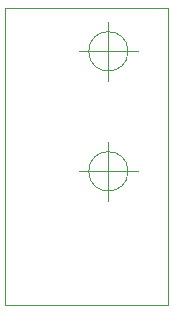
<source format=gbr>
G04 #@! TF.GenerationSoftware,KiCad,Pcbnew,(5.1.5)-3*
G04 #@! TF.CreationDate,2020-06-23T06:11:58-04:00*
G04 #@! TF.ProjectId,dip20soic573-373,64697032-3073-46f6-9963-3537332d3337,rev?*
G04 #@! TF.SameCoordinates,Original*
G04 #@! TF.FileFunction,Profile,NP*
%FSLAX46Y46*%
G04 Gerber Fmt 4.6, Leading zero omitted, Abs format (unit mm)*
G04 Created by KiCad (PCBNEW (5.1.5)-3) date 2020-06-23 06:11:58*
%MOMM*%
%LPD*%
G04 APERTURE LIST*
%ADD10C,0.050000*%
%ADD11C,0.120000*%
G04 APERTURE END LIST*
D10*
X115966666Y-83820000D02*
G75*
G03X115966666Y-83820000I-1666666J0D01*
G01*
X111800000Y-83820000D02*
X116800000Y-83820000D01*
X114300000Y-81320000D02*
X114300000Y-86320000D01*
X115966666Y-73660000D02*
G75*
G03X115966666Y-73660000I-1666666J0D01*
G01*
X111800000Y-73660000D02*
X116800000Y-73660000D01*
X114300000Y-71160000D02*
X114300000Y-76160000D01*
D11*
X119380000Y-95123000D02*
X119380000Y-69977000D01*
X105537000Y-95123000D02*
X119380000Y-95123000D01*
X105537000Y-69977000D02*
X105537000Y-95123000D01*
X119380000Y-69977000D02*
X105537000Y-69977000D01*
M02*

</source>
